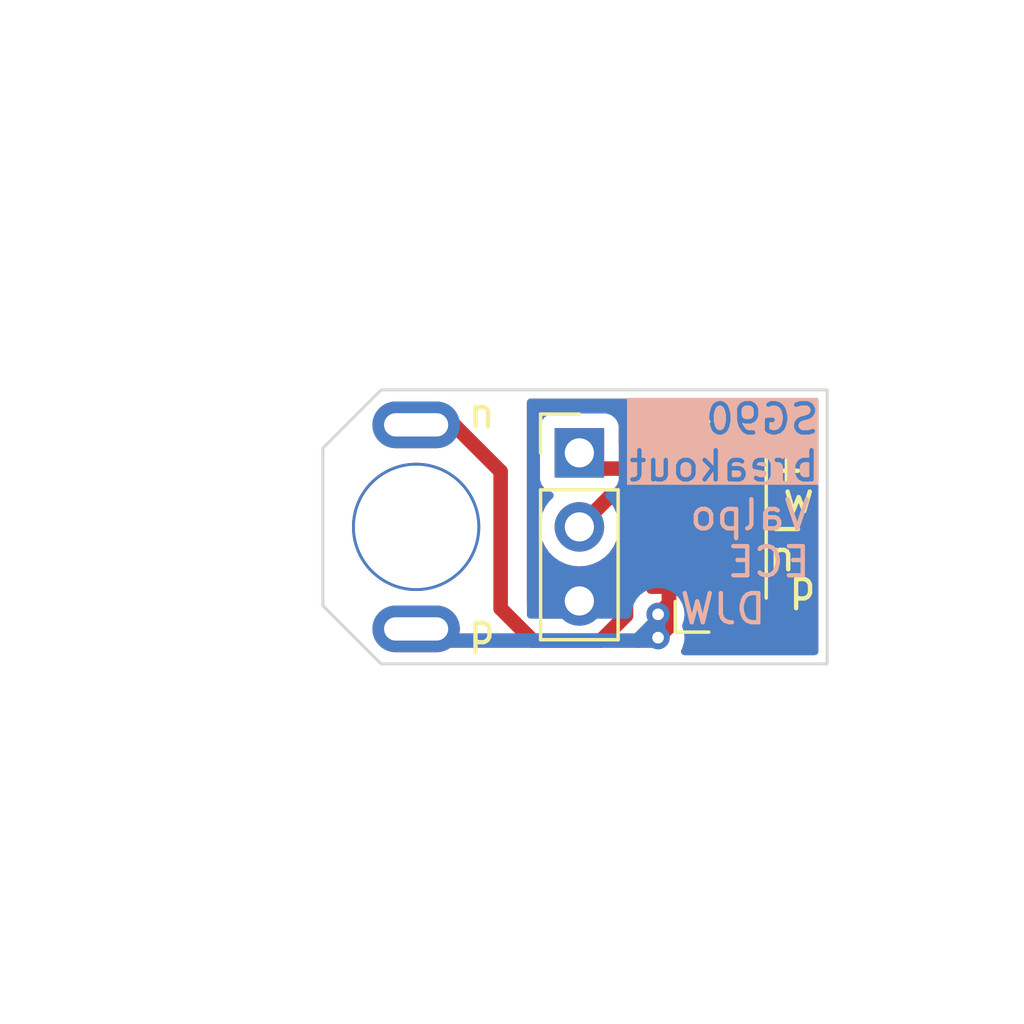
<source format=kicad_pcb>
(kicad_pcb (version 20221018) (generator pcbnew)
  (layers (0 "F.Cu" signal) (31 "B.Cu" signal) (34 "B.Paste" user) (35 "F.Paste" user) (36 "B.SilkS" user "B.Silkscreen") (37 "F.SilkS" user "F.Silkscreen") (38 "B.Mask" user) (39 "F.Mask" user) (44 "Edge.Cuts" user))
  (net 0 "")
  (net 1 "Net-(J1-Pin_1)")
  (net 2 "Net-(J1-Pin_2)")
  (net 3 "GND")
  (net 4 "/motn")
  (net 5 "/motp")
  (footprint "sg90:sg90_motor" (layer "F.Cu") (at 103.2 95.3)
    (fp_text reference "M1" hide)
    (fp_text value "Motor_DC" hide)
    (pad "" thru_hole circle (at 0 0) (size 4.4 4.4) (drill 4.2) (layers "*.Cu" "*.Mask"))
    (pad "1" thru_hole oval (at 0 3.5) (size 3 1.6) (drill oval 2.2 0.8) (layers "*.Cu" "*.Mask") (net 5 "/motp"))
    (pad "2" thru_hole oval (at 0 -3.5) (size 3 1.6) (drill oval 2.2 0.8) (layers "*.Cu" "*.Mask") (net 4 "/motn"))
  )
  (footprint "Connector_PinHeader_2.54mm:PinHeader_1x03_P2.54mm_Vertical" (layer "F.Cu") (at 108.8 92.76)
    (fp_text reference "J1" hide)
    (fp_text value "Conn_01x03" hide)
    (fp_line (start -1.33 -1.33) (end 0 -1.33) (stroke (width 0.12)) (layer "F.SilkS"))
    (fp_line (start -1.33 0) (end -1.33 -1.33) (stroke (width 0.12)) (layer "F.SilkS"))
    (fp_line (start -1.33 1.27) (end -1.33 6.41) (stroke (width 0.12)) (layer "F.SilkS"))
    (fp_line (start -1.33 1.27) (end 1.33 1.27) (stroke (width 0.12)) (layer "F.SilkS"))
    (fp_line (start -1.33 6.41) (end 1.33 6.41) (stroke (width 0.12)) (layer "F.SilkS"))
    (fp_line (start 1.33 1.27) (end 1.33 6.41) (stroke (width 0.12)) (layer "F.SilkS"))
    (pad "1" thru_hole rect (at 0 0) (size 1.7 1.7) (drill 1) (layers "*.Cu" "*.Mask") (net 1 "Net-(J1-Pin_1)"))
    (pad "2" thru_hole oval (at 0 2.54) (size 1.7 1.7) (drill 1) (layers "*.Cu" "*.Mask") (net 2 "Net-(J1-Pin_2)"))
    (pad "3" thru_hole oval (at 0 5.08) (size 1.7 1.7) (drill 1) (layers "*.Cu" "*.Mask") (net 3 "GND"))
  )
  (footprint "Connector_JST:JST_SH_BM05B-SRSS-TB_1x05-1MP_P1.00mm_Vertical" (layer "F.Cu") (at 113.2 95.3 -90)
    (fp_text reference "J2" hide)
    (fp_text value "Conn_01x05_MountingPin" hide)
    (fp_line (start -3.61 -0.04) (end -3.61 1.11) (stroke (width 0.12)) (layer "F.SilkS"))
    (fp_line (start -3.61 1.11) (end -2.56 1.11) (stroke (width 0.12)) (layer "F.SilkS"))
    (fp_line (start -2.56 1.11) (end -2.56 2.1) (stroke (width 0.12)) (layer "F.SilkS"))
    (fp_line (start -2.44 -2.01) (end 2.44 -2.01) (stroke (width 0.12)) (layer "F.SilkS"))
    (fp_line (start 3.61 -0.04) (end 3.61 1.11) (stroke (width 0.12)) (layer "F.SilkS"))
    (fp_line (start 3.61 1.11) (end 2.56 1.11) (stroke (width 0.12)) (layer "F.SilkS"))
    (pad "1" smd roundrect (at -2 1.325 270) (size 0.6 1.55) (layers "F.Cu" "F.Paste" "F.Mask") (net 1 "Net-(J1-Pin_1)"))
    (pad "2" smd roundrect (at -1 1.325 270) (size 0.6 1.55) (layers "F.Cu" "F.Paste" "F.Mask") (net 2 "Net-(J1-Pin_2)"))
    (pad "3" smd roundrect (at 0 1.325 270) (size 0.6 1.55) (layers "F.Cu" "F.Paste" "F.Mask") (net 3 "GND"))
    (pad "4" smd roundrect (at 1 1.325 270) (size 0.6 1.55) (layers "F.Cu" "F.Paste" "F.Mask") (net 4 "/motn"))
    (pad "5" smd roundrect (at 2 1.325 270) (size 0.6 1.55) (layers "F.Cu" "F.Paste" "F.Mask") (net 5 "/motp"))
    (pad "MP" smd roundrect (at -3.3 -1.2 270) (size 1.2 1.8) (layers "F.Cu" "F.Paste" "F.Mask") (roundrect_rratio 0.208333) (net 3 "GND"))
    (pad "MP" smd roundrect (at 3.3 -1.2 270) (size 1.2 1.8) (layers "F.Cu" "F.Paste" "F.Mask") (roundrect_rratio 0.208333) (net 3 "GND"))
  )
  (gr_poly (pts (xy 117.3 100) (xy 117.3 90.6) (xy 102 90.6) (xy 100 92.6) (xy 100 98) (xy 102 100)) (stroke (width 0.1)) (fill none) (layer "Edge.Cuts"))
  (gr_text "SG90\nbreakout" (at 117.1 93.8) (layer "B.SilkS" knockout) (effects (font (size 1 1)) (justify left bottom mirror)))
  (gr_text "Valpo\nECE\n  DJW" (at 116.8 98.7) (layer "B.SilkS") (effects (font (size 1 1)) (justify left bottom mirror)))
  (gr_text "n" (at 115.2 96.3) (layer "F.SilkS") (effects (font (size 1 1)) (justify left)))
  (gr_text "p" (at 104.9 98.8) (layer "F.SilkS") (effects (font (size 1 1)) (justify left)))
  (gr_text "p" (at 115.9 97.3) (layer "F.SilkS") (effects (font (size 1 1)) (justify left)))
  (gr_text "w" (at 115.7 94.3) (layer "F.SilkS") (effects (font (size 1 1)) (justify left)))
  (gr_text "n" (at 104.9 91.4) (layer "F.SilkS") (effects (font (size 1 1)) (justify left)))
  (gr_text "-" (at 115.2 95.3) (layer "F.SilkS") (effects (font (size 1 1)) (justify left)))
  (gr_text "+" (at 115.2 93.3) (layer "F.SilkS") (effects (font (size 1 1)) (justify left)))
  (segment (start 109.34 93.3) (end 108.8 92.76) (width 0.5) (layer "F.Cu") (net 1))
  (segment (start 111.875 93.3) (end 109.34 93.3) (width 0.5) (layer "F.Cu") (net 1))
  (segment (start 109.8 94.3) (end 108.8 95.3) (width 0.5) (layer "F.Cu") (net 2))
  (segment (start 111.875 94.3) (end 109.8 94.3) (width 0.5) (layer "F.Cu") (net 2))
  (segment (start 111.875 96.3) (end 111.100001 96.3) (width 0.5) (layer "F.Cu") (net 4))
  (segment (start 106.1 93.4) (end 104.5 91.8) (width 0.5) (layer "F.Cu") (net 4))
  (segment (start 107.2 99.2) (end 106.1 98.1) (width 0.5) (layer "F.Cu") (net 4))
  (segment (start 110.4 97.000001) (end 110.4 98.339239) (width 0.5) (layer "F.Cu") (net 4))
  (segment (start 111.100001 96.3) (end 110.4 97.000001) (width 0.5) (layer "F.Cu") (net 4))
  (segment (start 106.1 98.1) (end 106.1 93.4) (width 0.5) (layer "F.Cu") (net 4))
  (segment (start 109.539239 99.2) (end 107.2 99.2) (width 0.5) (layer "F.Cu") (net 4))
  (segment (start 104.5 91.8) (end 103.2 91.8) (width 0.5) (layer "F.Cu") (net 4))
  (segment (start 110.4 98.339239) (end 109.539239 99.2) (width 0.5) (layer "F.Cu") (net 4))
  (segment (start 111.875 98.725) (end 111.875 97.3) (width 0.5) (layer "F.Cu") (net 5))
  (segment (start 111.875 97.3) (end 111.875 97.925) (width 0.5) (layer "F.Cu") (net 5))
  (segment (start 111.875 97.925) (end 111.5 98.3) (width 0.5) (layer "F.Cu") (net 5))
  (segment (start 111.5 99.1) (end 111.875 98.725) (width 0.5) (layer "F.Cu") (net 5))
  (via (at 111.5 98.3) (size 0.8) (drill 0.4) (layers "F.Cu" "B.Cu") (net 5))
  (via (at 111.5 99.1) (size 0.8) (drill 0.4) (layers "F.Cu" "B.Cu") (net 5))
  (segment (start 111.5 98.5) (end 111.5 98.3) (width 0.5) (layer "B.Cu") (net 5))
  (segment (start 103.6 99.2) (end 110.8 99.2) (width 0.5) (layer "B.Cu") (net 5))
  (segment (start 111.5 98.3) (end 111.5 99.1) (width 0.5) (layer "B.Cu") (net 5))
  (segment (start 110.8 99.2) (end 111.5 98.5) (width 0.5) (layer "B.Cu") (net 5))
  (segment (start 103.2 98.8) (end 103.6 99.2) (width 0.5) (layer "B.Cu") (net 5))
  (segment (start 110.8 99.2) (end 111.4 99.2) (width 0.5) (layer "B.Cu") (net 5))
  (segment (start 111.4 99.2) (end 111.5 99.1) (width 0.5) (layer "B.Cu") (net 5))
  (zone (net 3) (net_name "GND") (layers "F&B.Cu") (connect_pads yes (clearance 0.5)) (min_thickness 0.25) (fill yes (thermal_gap 0.5) (thermal_bridge_width 0.5))
    (polygon (pts (xy 117 90.9) (xy 107 90.9) (xy 107 99.7) (xy 117 99.7)))
  )
)
</source>
